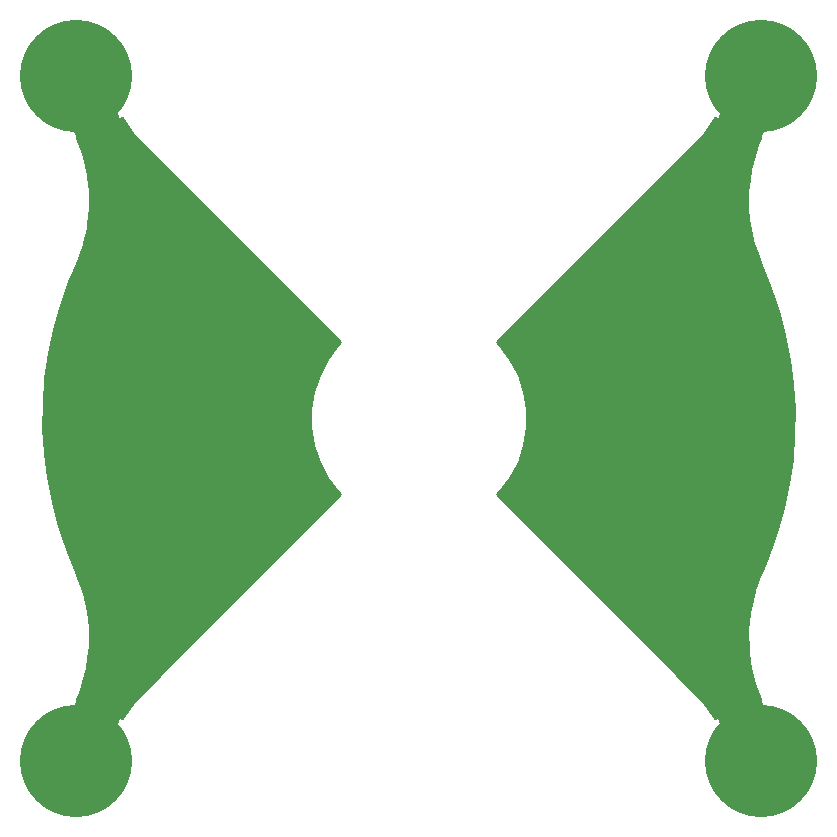
<source format=gbr>
G04 #@! TF.GenerationSoftware,KiCad,Pcbnew,5.1.5+dfsg1-2build2*
G04 #@! TF.CreationDate,2021-12-19T10:03:43+01:00*
G04 #@! TF.ProjectId,Drehko_large_Stator,44726568-6b6f-45f6-9c61-7267655f5374,1.0*
G04 #@! TF.SameCoordinates,Original*
G04 #@! TF.FileFunction,Copper,L1,Top*
G04 #@! TF.FilePolarity,Positive*
%FSLAX46Y46*%
G04 Gerber Fmt 4.6, Leading zero omitted, Abs format (unit mm)*
G04 Created by KiCad (PCBNEW 5.1.5+dfsg1-2build2) date 2021-12-19 10:03:43*
%MOMM*%
%LPD*%
G04 APERTURE LIST*
%ADD10C,5.700000*%
%ADD11C,9.500000*%
%ADD12C,0.254000*%
G04 APERTURE END LIST*
D10*
X179000000Y-129000000D03*
D11*
X179000000Y-129000000D03*
X179000000Y-71000000D03*
D10*
X179000000Y-71000000D03*
X121000000Y-71000000D03*
D11*
X121000000Y-71000000D03*
X121000000Y-129000000D03*
D10*
X121000000Y-129000000D03*
D12*
G36*
X181662966Y-70985859D02*
G01*
X181752777Y-70896048D01*
X181762044Y-71019331D01*
X181754350Y-71105525D01*
X181662966Y-71014141D01*
X179014141Y-73662966D01*
X179657709Y-74306534D01*
X178852601Y-76250237D01*
X178929330Y-76262311D01*
X178602834Y-77047456D01*
X178602833Y-77047458D01*
X178568878Y-77146185D01*
X178471034Y-77430674D01*
X178471034Y-77430676D01*
X178137979Y-78641509D01*
X178137977Y-78641516D01*
X178101528Y-78816301D01*
X178055820Y-79035484D01*
X178055247Y-79038231D01*
X177876576Y-80281263D01*
X177876576Y-80281265D01*
X177844220Y-80685221D01*
X177822751Y-81940848D01*
X177841278Y-82345674D01*
X177977350Y-83594091D01*
X178040184Y-83957086D01*
X178046470Y-83993403D01*
X178337937Y-85214921D01*
X178443460Y-85559630D01*
X178456560Y-85602423D01*
X178898826Y-86777778D01*
X178901156Y-86782956D01*
X178904816Y-86793575D01*
X178933869Y-86866877D01*
X179774646Y-88914822D01*
X180443839Y-90912463D01*
X180979175Y-92950080D01*
X181378292Y-95018690D01*
X181639436Y-97109201D01*
X181761461Y-99212435D01*
X181743828Y-101319108D01*
X181586613Y-103420018D01*
X181290517Y-105505840D01*
X180856829Y-107567480D01*
X180287457Y-109595866D01*
X179580410Y-111594772D01*
X178956357Y-113079335D01*
X178925218Y-113149567D01*
X178886991Y-113252848D01*
X178842894Y-113353776D01*
X178413361Y-114533844D01*
X178376386Y-114659467D01*
X178298935Y-114922605D01*
X178020691Y-116147203D01*
X177978614Y-116406969D01*
X177955893Y-116547236D01*
X177833325Y-117797052D01*
X177823940Y-118065676D01*
X177819175Y-118202057D01*
X177854218Y-119457377D01*
X177890939Y-119860960D01*
X178083038Y-121101989D01*
X178094043Y-121152048D01*
X178170053Y-121497790D01*
X178516181Y-122704959D01*
X178526817Y-122734830D01*
X178652116Y-123086729D01*
X178930992Y-123737428D01*
X178852601Y-123749763D01*
X179657709Y-125693466D01*
X179014141Y-126337034D01*
X181662966Y-128985859D01*
X181755380Y-128893445D01*
X181751361Y-129102536D01*
X181662966Y-129014141D01*
X179492198Y-131184909D01*
X178096998Y-129916546D01*
X176130500Y-126966798D01*
X175391748Y-125183295D01*
X175088628Y-125403991D01*
X174105670Y-123929553D01*
X174089803Y-123910197D01*
X156615372Y-106435766D01*
X156803239Y-106262823D01*
X157741278Y-105057630D01*
X158468156Y-103714478D01*
X158964044Y-102270004D01*
X159215417Y-100763611D01*
X159215417Y-99236389D01*
X158964044Y-97729996D01*
X158468156Y-96285522D01*
X157741278Y-94942370D01*
X156803239Y-93737177D01*
X156615372Y-93564234D01*
X174089803Y-76089803D01*
X174105670Y-76070447D01*
X175088628Y-74596009D01*
X175391748Y-74816705D01*
X176130498Y-73033204D01*
X178096998Y-70083454D01*
X179492198Y-68815091D01*
X181662966Y-70985859D01*
G37*
X181662966Y-70985859D02*
X181752777Y-70896048D01*
X181762044Y-71019331D01*
X181754350Y-71105525D01*
X181662966Y-71014141D01*
X179014141Y-73662966D01*
X179657709Y-74306534D01*
X178852601Y-76250237D01*
X178929330Y-76262311D01*
X178602834Y-77047456D01*
X178602833Y-77047458D01*
X178568878Y-77146185D01*
X178471034Y-77430674D01*
X178471034Y-77430676D01*
X178137979Y-78641509D01*
X178137977Y-78641516D01*
X178101528Y-78816301D01*
X178055820Y-79035484D01*
X178055247Y-79038231D01*
X177876576Y-80281263D01*
X177876576Y-80281265D01*
X177844220Y-80685221D01*
X177822751Y-81940848D01*
X177841278Y-82345674D01*
X177977350Y-83594091D01*
X178040184Y-83957086D01*
X178046470Y-83993403D01*
X178337937Y-85214921D01*
X178443460Y-85559630D01*
X178456560Y-85602423D01*
X178898826Y-86777778D01*
X178901156Y-86782956D01*
X178904816Y-86793575D01*
X178933869Y-86866877D01*
X179774646Y-88914822D01*
X180443839Y-90912463D01*
X180979175Y-92950080D01*
X181378292Y-95018690D01*
X181639436Y-97109201D01*
X181761461Y-99212435D01*
X181743828Y-101319108D01*
X181586613Y-103420018D01*
X181290517Y-105505840D01*
X180856829Y-107567480D01*
X180287457Y-109595866D01*
X179580410Y-111594772D01*
X178956357Y-113079335D01*
X178925218Y-113149567D01*
X178886991Y-113252848D01*
X178842894Y-113353776D01*
X178413361Y-114533844D01*
X178376386Y-114659467D01*
X178298935Y-114922605D01*
X178020691Y-116147203D01*
X177978614Y-116406969D01*
X177955893Y-116547236D01*
X177833325Y-117797052D01*
X177823940Y-118065676D01*
X177819175Y-118202057D01*
X177854218Y-119457377D01*
X177890939Y-119860960D01*
X178083038Y-121101989D01*
X178094043Y-121152048D01*
X178170053Y-121497790D01*
X178516181Y-122704959D01*
X178526817Y-122734830D01*
X178652116Y-123086729D01*
X178930992Y-123737428D01*
X178852601Y-123749763D01*
X179657709Y-125693466D01*
X179014141Y-126337034D01*
X181662966Y-128985859D01*
X181755380Y-128893445D01*
X181751361Y-129102536D01*
X181662966Y-129014141D01*
X179492198Y-131184909D01*
X178096998Y-129916546D01*
X176130500Y-126966798D01*
X175391748Y-125183295D01*
X175088628Y-125403991D01*
X174105670Y-123929553D01*
X174089803Y-123910197D01*
X156615372Y-106435766D01*
X156803239Y-106262823D01*
X157741278Y-105057630D01*
X158468156Y-103714478D01*
X158964044Y-102270004D01*
X159215417Y-100763611D01*
X159215417Y-99236389D01*
X158964044Y-97729996D01*
X158468156Y-96285522D01*
X157741278Y-94942370D01*
X156803239Y-93737177D01*
X156615372Y-93564234D01*
X174089803Y-76089803D01*
X174105670Y-76070447D01*
X175088628Y-74596009D01*
X175391748Y-74816705D01*
X176130498Y-73033204D01*
X178096998Y-70083454D01*
X179492198Y-68815091D01*
X181662966Y-70985859D01*
G36*
X121903002Y-70083454D02*
G01*
X123869500Y-73033202D01*
X124608252Y-74816705D01*
X124911372Y-74596009D01*
X125894330Y-76070447D01*
X125910197Y-76089803D01*
X143384628Y-93564234D01*
X143196761Y-93737177D01*
X142258722Y-94942370D01*
X141531844Y-96285522D01*
X141035956Y-97729996D01*
X140784583Y-99236389D01*
X140784583Y-100763611D01*
X141035956Y-102270004D01*
X141531844Y-103714478D01*
X142258722Y-105057630D01*
X143196761Y-106262823D01*
X143384628Y-106435766D01*
X125910197Y-123910197D01*
X125894330Y-123929553D01*
X124911372Y-125403991D01*
X124608252Y-125183295D01*
X123869500Y-126966798D01*
X121903002Y-129916546D01*
X120507802Y-131184909D01*
X118337034Y-129014141D01*
X118247224Y-129103951D01*
X118237956Y-128980664D01*
X118245650Y-128894475D01*
X118337034Y-128985859D01*
X120985859Y-126337034D01*
X120373685Y-125724860D01*
X121670713Y-125724860D01*
X122013660Y-126552808D01*
X122841608Y-126209860D01*
X122544211Y-125857000D01*
X122130514Y-125685641D01*
X121670713Y-125724860D01*
X120373685Y-125724860D01*
X120342291Y-125693466D01*
X121147399Y-123749763D01*
X121070670Y-123737689D01*
X121397166Y-122952544D01*
X121528966Y-122569326D01*
X121528967Y-122569322D01*
X121862022Y-121358486D01*
X121862023Y-121358484D01*
X121913532Y-121111485D01*
X121944753Y-120961771D01*
X121944753Y-120961766D01*
X122123424Y-119718734D01*
X122132396Y-119606720D01*
X122155780Y-119314779D01*
X122177249Y-118059151D01*
X122176438Y-118041435D01*
X122158722Y-117654326D01*
X122022650Y-116405909D01*
X121953530Y-116006597D01*
X121662063Y-114785079D01*
X121543441Y-114397579D01*
X121543439Y-114397576D01*
X121101174Y-113222222D01*
X121098846Y-113217047D01*
X121095184Y-113206424D01*
X121066131Y-113133123D01*
X120225356Y-111085186D01*
X119556162Y-109087540D01*
X119020825Y-107049920D01*
X118621707Y-104981308D01*
X118360564Y-102890799D01*
X118238539Y-100787565D01*
X118256172Y-98680892D01*
X118413387Y-96579982D01*
X118709485Y-94494146D01*
X119143171Y-92432518D01*
X119712543Y-90404134D01*
X120419590Y-88405228D01*
X121043648Y-86920654D01*
X121074783Y-86850432D01*
X121113012Y-86747147D01*
X121157106Y-86646224D01*
X121586639Y-85466156D01*
X121642740Y-85275552D01*
X121701065Y-85077395D01*
X121979309Y-83852798D01*
X122044107Y-83452762D01*
X122166675Y-82202948D01*
X122180825Y-81797946D01*
X122180825Y-81797943D01*
X122145782Y-80542621D01*
X122125318Y-80317715D01*
X122109061Y-80139040D01*
X121916962Y-78898010D01*
X121868296Y-78676646D01*
X121829947Y-78502210D01*
X121483819Y-77295041D01*
X121420718Y-77117825D01*
X121347884Y-76913271D01*
X121069008Y-76262572D01*
X121147399Y-76250237D01*
X120342291Y-74306534D01*
X120985859Y-73662966D01*
X118337034Y-71014141D01*
X118244619Y-71106556D01*
X118248637Y-70897462D01*
X118337034Y-70985859D01*
X120507802Y-68815091D01*
X121903002Y-70083454D01*
G37*
X121903002Y-70083454D02*
X123869500Y-73033202D01*
X124608252Y-74816705D01*
X124911372Y-74596009D01*
X125894330Y-76070447D01*
X125910197Y-76089803D01*
X143384628Y-93564234D01*
X143196761Y-93737177D01*
X142258722Y-94942370D01*
X141531844Y-96285522D01*
X141035956Y-97729996D01*
X140784583Y-99236389D01*
X140784583Y-100763611D01*
X141035956Y-102270004D01*
X141531844Y-103714478D01*
X142258722Y-105057630D01*
X143196761Y-106262823D01*
X143384628Y-106435766D01*
X125910197Y-123910197D01*
X125894330Y-123929553D01*
X124911372Y-125403991D01*
X124608252Y-125183295D01*
X123869500Y-126966798D01*
X121903002Y-129916546D01*
X120507802Y-131184909D01*
X118337034Y-129014141D01*
X118247224Y-129103951D01*
X118237956Y-128980664D01*
X118245650Y-128894475D01*
X118337034Y-128985859D01*
X120985859Y-126337034D01*
X120373685Y-125724860D01*
X121670713Y-125724860D01*
X122013660Y-126552808D01*
X122841608Y-126209860D01*
X122544211Y-125857000D01*
X122130514Y-125685641D01*
X121670713Y-125724860D01*
X120373685Y-125724860D01*
X120342291Y-125693466D01*
X121147399Y-123749763D01*
X121070670Y-123737689D01*
X121397166Y-122952544D01*
X121528966Y-122569326D01*
X121528967Y-122569322D01*
X121862022Y-121358486D01*
X121862023Y-121358484D01*
X121913532Y-121111485D01*
X121944753Y-120961771D01*
X121944753Y-120961766D01*
X122123424Y-119718734D01*
X122132396Y-119606720D01*
X122155780Y-119314779D01*
X122177249Y-118059151D01*
X122176438Y-118041435D01*
X122158722Y-117654326D01*
X122022650Y-116405909D01*
X121953530Y-116006597D01*
X121662063Y-114785079D01*
X121543441Y-114397579D01*
X121543439Y-114397576D01*
X121101174Y-113222222D01*
X121098846Y-113217047D01*
X121095184Y-113206424D01*
X121066131Y-113133123D01*
X120225356Y-111085186D01*
X119556162Y-109087540D01*
X119020825Y-107049920D01*
X118621707Y-104981308D01*
X118360564Y-102890799D01*
X118238539Y-100787565D01*
X118256172Y-98680892D01*
X118413387Y-96579982D01*
X118709485Y-94494146D01*
X119143171Y-92432518D01*
X119712543Y-90404134D01*
X120419590Y-88405228D01*
X121043648Y-86920654D01*
X121074783Y-86850432D01*
X121113012Y-86747147D01*
X121157106Y-86646224D01*
X121586639Y-85466156D01*
X121642740Y-85275552D01*
X121701065Y-85077395D01*
X121979309Y-83852798D01*
X122044107Y-83452762D01*
X122166675Y-82202948D01*
X122180825Y-81797946D01*
X122180825Y-81797943D01*
X122145782Y-80542621D01*
X122125318Y-80317715D01*
X122109061Y-80139040D01*
X121916962Y-78898010D01*
X121868296Y-78676646D01*
X121829947Y-78502210D01*
X121483819Y-77295041D01*
X121420718Y-77117825D01*
X121347884Y-76913271D01*
X121069008Y-76262572D01*
X121147399Y-76250237D01*
X120342291Y-74306534D01*
X120985859Y-73662966D01*
X118337034Y-71014141D01*
X118244619Y-71106556D01*
X118248637Y-70897462D01*
X118337034Y-70985859D01*
X120507802Y-68815091D01*
X121903002Y-70083454D01*
M02*

</source>
